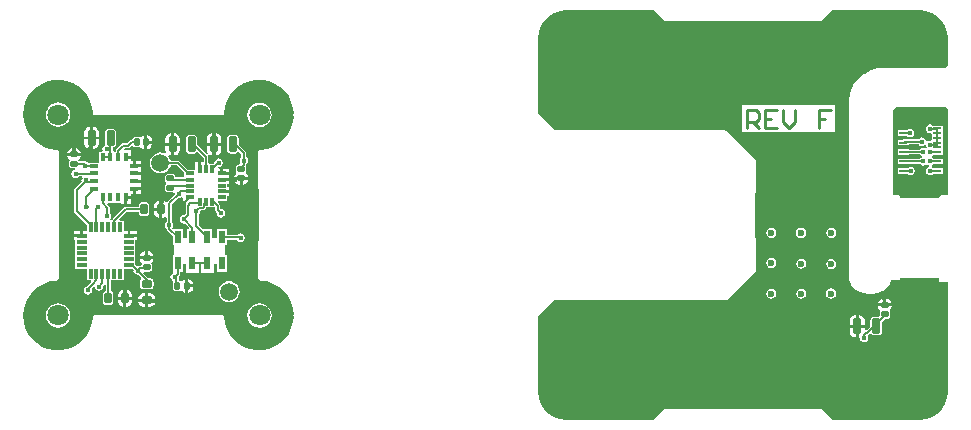
<source format=gtl>
G04 Layer_Physical_Order=1*
G04 Layer_Color=255*
%FSAX42Y42*%
%MOMM*%
G71*
G01*
G75*
%ADD10R,0.30X0.81*%
%ADD11R,0.81X0.30*%
%ADD12R,0.61X1.12*%
%ADD13R,0.30X0.66*%
%ADD14R,0.66X0.30*%
%ADD15R,0.70X0.20*%
G04:AMPARAMS|DCode=16|XSize=0.71mm|YSize=1.32mm|CornerRadius=0.18mm|HoleSize=0mm|Usage=FLASHONLY|Rotation=180.000|XOffset=0mm|YOffset=0mm|HoleType=Round|Shape=RoundedRectangle|*
%AMROUNDEDRECTD16*
21,1,0.71,0.97,0,0,180.0*
21,1,0.36,1.32,0,0,180.0*
1,1,0.36,-0.18,0.48*
1,1,0.36,0.18,0.48*
1,1,0.36,0.18,-0.48*
1,1,0.36,-0.18,-0.48*
%
%ADD16ROUNDEDRECTD16*%
G04:AMPARAMS|DCode=17|XSize=0.61mm|YSize=0.91mm|CornerRadius=0.15mm|HoleSize=0mm|Usage=FLASHONLY|Rotation=0.000|XOffset=0mm|YOffset=0mm|HoleType=Round|Shape=RoundedRectangle|*
%AMROUNDEDRECTD17*
21,1,0.61,0.61,0,0,0.0*
21,1,0.30,0.91,0,0,0.0*
1,1,0.30,0.15,-0.30*
1,1,0.30,-0.15,-0.30*
1,1,0.30,-0.15,0.30*
1,1,0.30,0.15,0.30*
%
%ADD17ROUNDEDRECTD17*%
G04:AMPARAMS|DCode=18|XSize=0.51mm|YSize=0.61mm|CornerRadius=0.13mm|HoleSize=0mm|Usage=FLASHONLY|Rotation=90.000|XOffset=0mm|YOffset=0mm|HoleType=Round|Shape=RoundedRectangle|*
%AMROUNDEDRECTD18*
21,1,0.51,0.36,0,0,90.0*
21,1,0.25,0.61,0,0,90.0*
1,1,0.25,0.18,0.13*
1,1,0.25,0.18,-0.13*
1,1,0.25,-0.18,-0.13*
1,1,0.25,-0.18,0.13*
%
%ADD18ROUNDEDRECTD18*%
G04:AMPARAMS|DCode=19|XSize=0.51mm|YSize=0.61mm|CornerRadius=0.13mm|HoleSize=0mm|Usage=FLASHONLY|Rotation=0.000|XOffset=0mm|YOffset=0mm|HoleType=Round|Shape=RoundedRectangle|*
%AMROUNDEDRECTD19*
21,1,0.51,0.36,0,0,0.0*
21,1,0.25,0.61,0,0,0.0*
1,1,0.25,0.13,-0.18*
1,1,0.25,-0.13,-0.18*
1,1,0.25,-0.13,0.18*
1,1,0.25,0.13,0.18*
%
%ADD19ROUNDEDRECTD19*%
G04:AMPARAMS|DCode=20|XSize=0.61mm|YSize=0.91mm|CornerRadius=0.15mm|HoleSize=0mm|Usage=FLASHONLY|Rotation=270.000|XOffset=0mm|YOffset=0mm|HoleType=Round|Shape=RoundedRectangle|*
%AMROUNDEDRECTD20*
21,1,0.61,0.61,0,0,270.0*
21,1,0.30,0.91,0,0,270.0*
1,1,0.30,-0.30,-0.15*
1,1,0.30,-0.30,0.15*
1,1,0.30,0.30,0.15*
1,1,0.30,0.30,-0.15*
%
%ADD20ROUNDEDRECTD20*%
%ADD21C,0.15*%
%ADD22C,1.00*%
%ADD23C,0.25*%
%ADD24C,4.10*%
%ADD25C,1.80*%
%ADD26C,1.50*%
%ADD27C,0.60*%
%ADD28C,0.45*%
G36*
X013432Y007396D02*
Y006669D01*
X013375D01*
X013365Y006665D01*
X013361Y006655D01*
Y006643D01*
X013032D01*
Y006655D01*
X013028Y006665D01*
X013019Y006669D01*
X012965D01*
Y007371D01*
X012966Y007381D01*
X012970Y007390D01*
X012975Y007397D01*
X012988Y007407D01*
X013003Y007413D01*
X013020Y007415D01*
X013414D01*
X013432Y007396D01*
D02*
G37*
G36*
X005974Y007636D02*
X006025Y007618D01*
X006072Y007591D01*
X006112Y007556D01*
X006146Y007514D01*
X006172Y007467D01*
X006189Y007415D01*
X006196Y007360D01*
X006197Y007358D01*
X006197Y007356D01*
X006198Y007355D01*
X006198Y007354D01*
X006199Y007353D01*
X006201Y007351D01*
X006202Y007350D01*
X006202Y007349D01*
X006204Y007348D01*
X006206Y007347D01*
X006207Y007347D01*
X006208Y007346D01*
X006210Y007346D01*
X006213Y007346D01*
X007288Y007346D01*
X007290Y007346D01*
X007292Y007346D01*
X007293Y007347D01*
X007294Y007347D01*
X007296Y007348D01*
X007298Y007349D01*
X007299Y007350D01*
X007300Y007351D01*
X007301Y007353D01*
X007302Y007354D01*
X007303Y007355D01*
X007303Y007356D01*
X007304Y007358D01*
X007304Y007360D01*
X007312Y007415D01*
X007328Y007466D01*
X007354Y007513D01*
X007388Y007555D01*
X007428Y007590D01*
X007475Y007617D01*
X007525Y007635D01*
X007578Y007643D01*
X007632Y007642D01*
X007684Y007632D01*
X007734Y007612D01*
X007779Y007583D01*
X007819Y007547D01*
X007851Y007504D01*
X007875Y007456D01*
X007889Y007404D01*
X007894Y007356D01*
X007894Y007356D01*
X007894Y007355D01*
X007893Y007354D01*
X007893Y007354D01*
X007893Y007353D01*
X007893Y007353D01*
X007893Y007352D01*
X007893Y007351D01*
X007893Y007351D01*
X007893Y007350D01*
X007893Y007350D01*
X007893Y007349D01*
X007893Y007349D01*
X007893Y007348D01*
X007893Y007347D01*
X007893Y007347D01*
X007893Y007346D01*
X007893Y007346D01*
X007893Y007345D01*
X007893Y007345D01*
X007893Y007344D01*
X007894Y007343D01*
X007894Y007343D01*
X007894Y007342D01*
X007889Y007292D01*
X007873Y007238D01*
X007847Y007188D01*
X007812Y007144D01*
X007769Y007108D01*
X007720Y007080D01*
X007667Y007062D01*
X007610Y007054D01*
X007608Y007053D01*
X007606Y007053D01*
X007605Y007052D01*
X007604Y007052D01*
X007602Y007051D01*
X007600Y007049D01*
X007600Y007048D01*
X007599Y007048D01*
X007598Y007046D01*
X007597Y007044D01*
X007596Y007043D01*
X007596Y007042D01*
X007596Y007040D01*
X007595Y007037D01*
Y006736D01*
X007595Y006736D01*
X007595Y006735D01*
X007595Y006734D01*
X007594Y006734D01*
X007594Y006733D01*
X007594Y006733D01*
X007594Y006732D01*
X007594Y006732D01*
X007594Y006731D01*
X007594Y006730D01*
X007593Y006730D01*
X007594Y006729D01*
X007593Y006729D01*
X007594Y006728D01*
X007593Y006727D01*
X007594Y006727D01*
X007593Y006726D01*
X007594Y006726D01*
X007594Y006725D01*
X007594Y006725D01*
X007594Y006724D01*
X007594Y006723D01*
X007594Y006723D01*
X007594Y006722D01*
X007594Y006722D01*
X007595Y006721D01*
X007595Y006721D01*
X007595Y006720D01*
X007595Y006719D01*
X007596Y006719D01*
X007596Y006719D01*
X007596Y006718D01*
X007597Y006718D01*
X007597Y006717D01*
X007597Y006717D01*
X007598Y006716D01*
X007598Y006716D01*
X007598Y006700D01*
X007598Y006700D01*
Y006655D01*
X007598Y006654D01*
X007597Y006285D01*
X007597Y006285D01*
X007597Y006285D01*
X007597Y006285D01*
X007596Y006284D01*
X007596Y006284D01*
X007596Y006283D01*
X007596Y006283D01*
X007595Y006282D01*
X007595Y006281D01*
X007595Y006281D01*
X007594Y006280D01*
X007594Y006280D01*
X007594Y006279D01*
X007594Y006279D01*
X007594Y006278D01*
X007594Y006277D01*
X007594Y006277D01*
X007594Y006276D01*
X007594Y006276D01*
X007594Y006275D01*
X007594Y006275D01*
X007594Y006274D01*
X007594Y006273D01*
X007594Y006273D01*
X007594Y006272D01*
X007594Y006272D01*
X007594Y006271D01*
X007594Y006271D01*
X007594Y006270D01*
X007594Y006269D01*
X007594Y006269D01*
X007594Y006268D01*
X007595Y006268D01*
X007595Y006267D01*
X007595Y006267D01*
X007595Y006266D01*
Y005962D01*
X007596Y005960D01*
X007596Y005958D01*
X007596Y005957D01*
X007597Y005956D01*
X007598Y005954D01*
X007599Y005952D01*
X007600Y005951D01*
X007600Y005950D01*
X007602Y005949D01*
X007604Y005948D01*
X007605Y005947D01*
X007606Y005947D01*
X007608Y005946D01*
X007610Y005946D01*
X007667Y005938D01*
X007720Y005920D01*
X007769Y005892D01*
X007812Y005856D01*
X007847Y005812D01*
X007873Y005762D01*
X007889Y005708D01*
X007894Y005657D01*
X007894Y005657D01*
X007894Y005657D01*
X007894Y005656D01*
X007893Y005655D01*
X007893Y005655D01*
X007893Y005654D01*
X007893Y005654D01*
X007893Y005653D01*
X007893Y005652D01*
X007893Y005652D01*
X007893Y005651D01*
X007893Y005651D01*
X007893Y005650D01*
X007893Y005650D01*
X007893Y005649D01*
X007893Y005648D01*
X007893Y005647D01*
X007893Y005647D01*
X007893Y005646D01*
X007893Y005646D01*
X007894Y005646D01*
X007894Y005645D01*
X007894Y005644D01*
X007894Y005644D01*
X007889Y005595D01*
X007875Y005544D01*
X007851Y005496D01*
X007819Y005453D01*
X007779Y005417D01*
X007734Y005388D01*
X007684Y005368D01*
X007632Y005357D01*
X007578Y005356D01*
X007525Y005365D01*
X007475Y005383D01*
X007428Y005410D01*
X007388Y005445D01*
X007354Y005487D01*
X007328Y005534D01*
X007312Y005585D01*
X007304Y005639D01*
X007304Y005641D01*
X007303Y005644D01*
X007303Y005645D01*
X007302Y005646D01*
X007301Y005647D01*
X007300Y005649D01*
X007299Y005650D01*
X007298Y005651D01*
X007296Y005652D01*
X007294Y005653D01*
X007293Y005653D01*
X007292Y005653D01*
X007290Y005654D01*
X007288Y005654D01*
X006213D01*
X006210Y005654D01*
X006208Y005653D01*
X006207Y005653D01*
X006206Y005653D01*
X006204Y005652D01*
X006202Y005651D01*
X006202Y005650D01*
X006201Y005649D01*
X006199Y005647D01*
X006198Y005646D01*
X006198Y005645D01*
X006197Y005644D01*
X006197Y005641D01*
X006196Y005639D01*
X006189Y005584D01*
X006172Y005533D01*
X006146Y005486D01*
X006112Y005444D01*
X006072Y005409D01*
X006025Y005382D01*
X005974Y005364D01*
X005921Y005355D01*
X005867Y005356D01*
X005814Y005367D01*
X005764Y005387D01*
X005719Y005416D01*
X005680Y005453D01*
X005647Y005496D01*
X005624Y005544D01*
X005609Y005596D01*
X005604Y005650D01*
X005610Y005706D01*
X005626Y005760D01*
X005652Y005810D01*
X005687Y005855D01*
X005730Y005892D01*
X005779Y005920D01*
X005832Y005938D01*
X005890Y005946D01*
X005892Y005946D01*
X005894Y005947D01*
X005895Y005947D01*
X005896Y005948D01*
X005898Y005949D01*
X005899Y005950D01*
X005900Y005951D01*
X005901Y005952D01*
X005902Y005954D01*
X005903Y005956D01*
X005903Y005957D01*
X005904Y005958D01*
X005904Y005960D01*
X005904Y005962D01*
Y007037D01*
X005904Y007040D01*
X005904Y007042D01*
X005903Y007043D01*
X005903Y007044D01*
X005902Y007046D01*
X005901Y007048D01*
X005900Y007048D01*
X005899Y007049D01*
X005898Y007051D01*
X005896Y007052D01*
X005895Y007052D01*
X005894Y007053D01*
X005892Y007053D01*
X005890Y007054D01*
X005832Y007062D01*
X005779Y007080D01*
X005730Y007108D01*
X005687Y007145D01*
X005652Y007189D01*
X005626Y007240D01*
X005610Y007294D01*
X005604Y007350D01*
X005609Y007404D01*
X005624Y007455D01*
X005647Y007504D01*
X005680Y007547D01*
X005719Y007584D01*
X005764Y007613D01*
X005814Y007633D01*
X005867Y007644D01*
X005921Y007645D01*
X005974Y007636D01*
D02*
G37*
G36*
X013251Y008227D02*
X013300Y008210D01*
X013345Y008182D01*
X013382Y008145D01*
X013409Y008101D01*
X013427Y008052D01*
X013432Y007999D01*
Y007770D01*
X013411Y007749D01*
X012897D01*
X012896Y007748D01*
X012895Y007748D01*
X012839Y007743D01*
X012838Y007742D01*
X012836Y007742D01*
X012782Y007726D01*
X012781Y007725D01*
X012779Y007725D01*
X012730Y007698D01*
X012728Y007697D01*
X012727Y007696D01*
X012684Y007661D01*
X012683Y007660D01*
X012682Y007660D01*
X012675Y007652D01*
X012674Y007651D01*
X012673Y007650D01*
X012633Y007598D01*
X012632Y007596D01*
X012631Y007595D01*
X012606Y007534D01*
X012606Y007532D01*
X012605Y007530D01*
X012596Y007465D01*
X012596Y007464D01*
X012596Y007462D01*
Y005971D01*
X012596Y005970D01*
X012596Y005969D01*
X012600Y005942D01*
X012601Y005940D01*
X012601Y005938D01*
X012611Y005913D01*
X012613Y005911D01*
X012614Y005909D01*
X012630Y005888D01*
X012632Y005886D01*
X012633Y005884D01*
X012669Y005857D01*
X012671Y005856D01*
X012673Y005855D01*
X012715Y005837D01*
X012717Y005837D01*
X012719Y005836D01*
X012764Y005830D01*
X012765Y005830D01*
X012766Y005830D01*
X012789D01*
X012790Y005830D01*
X012791Y005830D01*
X012833Y005836D01*
X012835Y005837D01*
X012838Y005837D01*
X012877Y005854D01*
X012879Y005855D01*
X012881Y005856D01*
X012915Y005882D01*
X012917Y005884D01*
X012918Y005885D01*
X012942Y005916D01*
X012943Y005918D01*
X012944Y005919D01*
X012956Y005948D01*
X013019D01*
X013028Y005952D01*
X013032Y005961D01*
Y005970D01*
X013361D01*
Y005944D01*
X013365Y005935D01*
X013375Y005931D01*
X013432D01*
Y005001D01*
X013427Y004948D01*
X013409Y004899D01*
X013382Y004855D01*
X013345Y004818D01*
X013300Y004790D01*
X013251Y004773D01*
X013198Y004767D01*
X012456D01*
X012367Y004856D01*
X012362Y004860D01*
X012355Y004861D01*
X011043D01*
X011037Y004860D01*
X011032Y004856D01*
X010942Y004767D01*
X010200D01*
X010147Y004773D01*
X010098Y004790D01*
X010054Y004818D01*
X010017Y004855D01*
X009989Y004899D01*
X009972Y004948D01*
X009966Y005001D01*
Y005643D01*
X010106Y005783D01*
X011557D01*
X011564Y005784D01*
X011569Y005788D01*
X011802Y006021D01*
X011806Y006026D01*
X011807Y006032D01*
Y006300D01*
X011806Y006306D01*
X011803Y006310D01*
Y006350D01*
X011801Y006355D01*
X011800Y006685D01*
X011804Y006688D01*
X011808Y006693D01*
X011809Y006700D01*
Y006957D01*
X011808Y006963D01*
X011804Y006969D01*
X011561Y007212D01*
X011556Y007215D01*
X011549Y007217D01*
X010106D01*
X009966Y007357D01*
Y007999D01*
X009972Y008052D01*
X009989Y008101D01*
X010017Y008145D01*
X010054Y008182D01*
X010098Y008210D01*
X010147Y008227D01*
X010200Y008233D01*
X010942D01*
X011032Y008144D01*
X011037Y008140D01*
X011043Y008139D01*
X012355D01*
X012362Y008140D01*
X012367Y008144D01*
X012456Y008233D01*
X013198D01*
X013251Y008227D01*
D02*
G37*
%LPC*%
G36*
X007042Y005887D02*
X007003D01*
Y005843D01*
X007018Y005846D01*
X007030Y005855D01*
X007039Y005867D01*
X007042Y005882D01*
Y005887D01*
D02*
G37*
G36*
X012446Y006127D02*
X012429Y006124D01*
X012415Y006114D01*
X012406Y006100D01*
X012402Y006083D01*
X012406Y006067D01*
X012415Y006053D01*
X012429Y006043D01*
X012446Y006040D01*
X012463Y006043D01*
X012477Y006053D01*
X012486Y006067D01*
X012490Y006083D01*
X012486Y006100D01*
X012477Y006114D01*
X012463Y006124D01*
X012446Y006127D01*
D02*
G37*
G36*
X007003Y005957D02*
Y005913D01*
X007042D01*
Y005918D01*
X007039Y005933D01*
X007030Y005945D01*
X007018Y005954D01*
X007003Y005957D01*
D02*
G37*
G36*
X006481Y005868D02*
X006478D01*
Y005809D01*
X006522D01*
Y005827D01*
X006519Y005843D01*
X006510Y005856D01*
X006497Y005865D01*
X006481Y005868D01*
D02*
G37*
G36*
X006637Y005837D02*
X006620D01*
X006604Y005834D01*
X006590Y005825D01*
X006581Y005811D01*
X006578Y005795D01*
Y005793D01*
X006637D01*
Y005837D01*
D02*
G37*
G36*
X006680D02*
X006663D01*
Y005793D01*
X006722D01*
Y005795D01*
X006719Y005811D01*
X006710Y005825D01*
X006696Y005834D01*
X006680Y005837D01*
D02*
G37*
G36*
X006453Y005868D02*
X006450D01*
X006435Y005865D01*
X006421Y005856D01*
X006412Y005843D01*
X006409Y005827D01*
Y005809D01*
X006453D01*
Y005868D01*
D02*
G37*
G36*
X012192Y006132D02*
X012175Y006129D01*
X012161Y006119D01*
X012152Y006105D01*
X012148Y006088D01*
X012152Y006072D01*
X012161Y006058D01*
X012175Y006048D01*
X012192Y006045D01*
X012209Y006048D01*
X012223Y006058D01*
X012232Y006072D01*
X012236Y006088D01*
X012232Y006105D01*
X012223Y006119D01*
X012209Y006129D01*
X012192Y006132D01*
D02*
G37*
G36*
X012191Y006394D02*
X012174Y006390D01*
X012160Y006381D01*
X012151Y006367D01*
X012148Y006350D01*
X012151Y006333D01*
X012160Y006319D01*
X012174Y006310D01*
X012191Y006306D01*
X012208Y006310D01*
X012222Y006319D01*
X012231Y006333D01*
X012235Y006350D01*
X012231Y006367D01*
X012222Y006381D01*
X012208Y006390D01*
X012191Y006394D01*
D02*
G37*
G36*
X012446D02*
X012429Y006390D01*
X012415Y006381D01*
X012406Y006367D01*
X012402Y006350D01*
X012406Y006333D01*
X012415Y006319D01*
X012429Y006310D01*
X012446Y006306D01*
X012463Y006310D01*
X012477Y006319D01*
X012486Y006333D01*
X012490Y006350D01*
X012486Y006367D01*
X012477Y006381D01*
X012463Y006390D01*
X012446Y006394D01*
D02*
G37*
G36*
X006087Y006368D02*
X006034D01*
Y006340D01*
X006087D01*
Y006368D01*
D02*
G37*
G36*
X011938Y006394D02*
X011921Y006390D01*
X011907Y006381D01*
X011898Y006367D01*
X011894Y006350D01*
X011898Y006333D01*
X011907Y006319D01*
X011921Y006310D01*
X011938Y006306D01*
X011955Y006310D01*
X011969Y006319D01*
X011978Y006333D01*
X011982Y006350D01*
X011978Y006367D01*
X011969Y006381D01*
X011955Y006390D01*
X011938Y006394D01*
D02*
G37*
G36*
Y006137D02*
X011921Y006134D01*
X011907Y006124D01*
X011898Y006110D01*
X011894Y006093D01*
X011898Y006077D01*
X011907Y006063D01*
X011921Y006053D01*
X011938Y006050D01*
X011955Y006053D01*
X011969Y006063D01*
X011978Y006077D01*
X011982Y006093D01*
X011978Y006110D01*
X011969Y006124D01*
X011955Y006134D01*
X011938Y006137D01*
D02*
G37*
G36*
X006637Y006192D02*
X006632D01*
X006617Y006189D01*
X006605Y006180D01*
X006596Y006168D01*
X006593Y006153D01*
D01*
X006637D01*
Y006192D01*
D02*
G37*
G36*
X006668D02*
X006663D01*
Y006153D01*
X006707D01*
X006704Y006168D01*
X006695Y006180D01*
X006683Y006189D01*
X006668Y006192D01*
D02*
G37*
G36*
X012957Y005727D02*
X012900D01*
X012843D01*
Y005727D01*
X012846Y005712D01*
X012855Y005700D01*
X012855Y005699D01*
X012858Y005683D01*
X012856Y005673D01*
Y005650D01*
X012851Y005644D01*
X012845Y005639D01*
X012844Y005639D01*
X012808D01*
X012796Y005637D01*
X012786Y005630D01*
X012780Y005620D01*
X012777Y005608D01*
Y005556D01*
X012750Y005529D01*
X012746Y005530D01*
X012741Y005529D01*
X012732Y005534D01*
X012728Y005537D01*
Y005547D01*
X012679D01*
Y005467D01*
X012688Y005458D01*
X012691Y005445D01*
X012699Y005433D01*
X012711Y005425D01*
X012724Y005422D01*
X012738Y005425D01*
X012750Y005433D01*
X012758Y005445D01*
X012760Y005458D01*
X012758Y005472D01*
X012760Y005483D01*
X012767Y005488D01*
X012770Y005491D01*
X012786Y005490D01*
X012796Y005483D01*
X012808Y005481D01*
X012844D01*
X012856Y005483D01*
X012866Y005490D01*
X012872Y005500D01*
X012875Y005512D01*
Y005596D01*
X012901Y005621D01*
X012918D01*
X012928Y005623D01*
X012936Y005629D01*
X012942Y005637D01*
X012944Y005647D01*
Y005673D01*
X012942Y005683D01*
X012945Y005699D01*
X012945Y005700D01*
X012954Y005712D01*
X012957Y005727D01*
Y005727D01*
D02*
G37*
G36*
X012684Y005652D02*
X012679D01*
Y005573D01*
X012728D01*
Y005608D01*
X012724Y005625D01*
X012715Y005639D01*
X012701Y005649D01*
X012684Y005652D01*
D02*
G37*
G36*
X006722Y005767D02*
X006663D01*
Y005723D01*
X006680D01*
X006696Y005726D01*
X006710Y005735D01*
X006719Y005749D01*
X006722Y005765D01*
Y005767D01*
D02*
G37*
G36*
X006637D02*
X006578D01*
Y005765D01*
X006581Y005749D01*
X006590Y005735D01*
X006604Y005726D01*
X006620Y005723D01*
X006637D01*
Y005767D01*
D02*
G37*
G36*
X007606Y005754D02*
X007579Y005750D01*
X007554Y005740D01*
X007533Y005723D01*
X007516Y005702D01*
X007506Y005677D01*
X007502Y005650D01*
X007506Y005623D01*
X007516Y005598D01*
X007533Y005577D01*
X007554Y005560D01*
X007579Y005550D01*
X007606Y005546D01*
X007633Y005550D01*
X007658Y005560D01*
X007679Y005577D01*
X007696Y005598D01*
X007706Y005623D01*
X007710Y005650D01*
X007706Y005677D01*
X007696Y005702D01*
X007679Y005723D01*
X007658Y005740D01*
X007633Y005750D01*
X007606Y005754D01*
D02*
G37*
G36*
X012653Y005547D02*
X012604D01*
Y005512D01*
X012608Y005495D01*
X012617Y005481D01*
X012631Y005471D01*
X012648Y005468D01*
X012653D01*
Y005547D01*
D02*
G37*
G36*
Y005652D02*
X012648D01*
X012631Y005649D01*
X012617Y005639D01*
X012608Y005625D01*
X012604Y005608D01*
Y005573D01*
X012653D01*
Y005652D01*
D02*
G37*
G36*
X005900Y005754D02*
X005874Y005751D01*
X005849Y005740D01*
X005827Y005724D01*
X005811Y005702D01*
X005800Y005678D01*
X005797Y005651D01*
X005800Y005624D01*
X005811Y005599D01*
X005827Y005577D01*
X005849Y005561D01*
X005874Y005551D01*
X005900Y005547D01*
X005927Y005551D01*
X005952Y005561D01*
X005974Y005577D01*
X005990Y005599D01*
X006000Y005624D01*
X006004Y005651D01*
X006000Y005678D01*
X005990Y005702D01*
X005974Y005724D01*
X005952Y005740D01*
X005927Y005751D01*
X005900Y005754D01*
D02*
G37*
G36*
X011938Y005878D02*
X011921Y005875D01*
X011907Y005865D01*
X011898Y005851D01*
X011894Y005835D01*
X011898Y005818D01*
X011907Y005804D01*
X011921Y005794D01*
X011938Y005791D01*
X011955Y005794D01*
X011969Y005804D01*
X011978Y005818D01*
X011982Y005835D01*
X011978Y005851D01*
X011969Y005865D01*
X011955Y005875D01*
X011938Y005878D01*
D02*
G37*
G36*
X007348Y005941D02*
X007325Y005938D01*
X007304Y005929D01*
X007286Y005915D01*
X007272Y005896D01*
X007263Y005875D01*
X007260Y005852D01*
X007263Y005829D01*
X007272Y005808D01*
X007286Y005790D01*
X007304Y005776D01*
X007325Y005767D01*
X007348Y005764D01*
X007371Y005767D01*
X007392Y005776D01*
X007411Y005790D01*
X007425Y005808D01*
X007434Y005829D01*
X007437Y005852D01*
X007434Y005875D01*
X007425Y005896D01*
X007411Y005915D01*
X007392Y005929D01*
X007371Y005938D01*
X007348Y005941D01*
D02*
G37*
G36*
X012443Y005879D02*
X012427Y005876D01*
X012413Y005866D01*
X012403Y005852D01*
X012400Y005835D01*
X012403Y005819D01*
X012413Y005805D01*
X012427Y005795D01*
X012443Y005792D01*
X012460Y005795D01*
X012474Y005805D01*
X012484Y005819D01*
X012487Y005835D01*
X012484Y005852D01*
X012474Y005866D01*
X012460Y005876D01*
X012443Y005879D01*
D02*
G37*
G36*
X012192Y005878D02*
X012175Y005875D01*
X012161Y005865D01*
X012152Y005851D01*
X012148Y005835D01*
X012152Y005818D01*
X012161Y005804D01*
X012175Y005794D01*
X012192Y005791D01*
X012209Y005794D01*
X012223Y005804D01*
X012232Y005818D01*
X012236Y005835D01*
X012232Y005851D01*
X012223Y005865D01*
X012209Y005875D01*
X012192Y005878D01*
D02*
G37*
G36*
X006522Y005784D02*
X006478D01*
Y005724D01*
X006481D01*
X006497Y005728D01*
X006510Y005736D01*
X006519Y005750D01*
X006522Y005766D01*
Y005784D01*
D02*
G37*
G36*
X006453D02*
X006409D01*
Y005766D01*
X006412Y005750D01*
X006421Y005736D01*
X006435Y005728D01*
X006450Y005724D01*
X006453D01*
Y005784D01*
D02*
G37*
G36*
X012918Y005792D02*
X012913D01*
Y005753D01*
X012957D01*
X012954Y005768D01*
X012945Y005780D01*
X012933Y005789D01*
X012918Y005792D01*
D02*
G37*
G36*
X012887D02*
X012882D01*
X012867Y005789D01*
X012855Y005780D01*
X012846Y005768D01*
X012843Y005753D01*
X012887D01*
Y005792D01*
D02*
G37*
G36*
X006567Y006368D02*
X006513D01*
Y006340D01*
X006567D01*
Y006368D01*
D02*
G37*
G36*
X007207Y007192D02*
X007202D01*
X007185Y007189D01*
X007171Y007179D01*
X007162Y007165D01*
X007158Y007148D01*
Y007113D01*
X007207D01*
Y007192D01*
D02*
G37*
G36*
X006857D02*
X006852D01*
X006835Y007189D01*
X006821Y007179D01*
X006812Y007165D01*
X006808Y007148D01*
Y007113D01*
X006857D01*
Y007192D01*
D02*
G37*
G36*
X007238D02*
X007233D01*
Y007113D01*
X007282D01*
Y007148D01*
X007278Y007165D01*
X007269Y007179D01*
X007255Y007189D01*
X007238Y007192D01*
D02*
G37*
G36*
X006888D02*
X006883D01*
Y007113D01*
X006932D01*
Y007148D01*
X006928Y007165D01*
X006919Y007179D01*
X006905Y007189D01*
X006888Y007192D01*
D02*
G37*
G36*
X006245Y007140D02*
X006196D01*
Y007060D01*
X006201D01*
X006218Y007064D01*
X006233Y007073D01*
X006242Y007088D01*
X006245Y007104D01*
Y007140D01*
D02*
G37*
G36*
X006171D02*
X006122D01*
Y007104D01*
X006125Y007088D01*
X006135Y007073D01*
X006149Y007064D01*
X006166Y007060D01*
X006171D01*
Y007140D01*
D02*
G37*
G36*
X006696Y007104D02*
X006657D01*
Y007060D01*
X006672Y007063D01*
X006684Y007072D01*
X006693Y007084D01*
X006696Y007099D01*
Y007104D01*
D02*
G37*
G36*
X006361Y007232D02*
X006326D01*
X006314Y007230D01*
X006304Y007223D01*
X006297Y007213D01*
X006295Y007201D01*
Y007104D01*
X006297Y007094D01*
X006287Y007087D01*
X006279Y007075D01*
X006276Y007061D01*
X006279Y007048D01*
X006279Y007047D01*
X006271Y007036D01*
X006250D01*
Y006956D01*
X006250Y006945D01*
X006239Y006945D01*
X006160D01*
X006160Y006945D01*
Y006945D01*
X006149Y006950D01*
X006145Y006952D01*
X006132Y006955D01*
X006126Y006954D01*
X006121Y006955D01*
X006077D01*
X006077Y006957D01*
X006071Y006965D01*
Y006968D01*
X006080Y006974D01*
X006089Y006987D01*
X006092Y007001D01*
D01*
X006035D01*
X005978D01*
X005981Y006987D01*
X005990Y006974D01*
X005999Y006968D01*
Y006965D01*
X005993Y006957D01*
X005991Y006947D01*
Y006921D01*
X005993Y006912D01*
X005999Y006903D01*
X006007Y006898D01*
X006017Y006896D01*
X006040D01*
X006041Y006895D01*
X006042Y006883D01*
X006040Y006882D01*
X006034Y006881D01*
X006022Y006873D01*
X006015Y006862D01*
X006012Y006848D01*
X006015Y006834D01*
X006022Y006822D01*
X006034Y006815D01*
X006048Y006812D01*
X006061Y006815D01*
X006073Y006822D01*
X006078Y006830D01*
X006102D01*
X006104Y006826D01*
X006107Y006818D01*
X006101Y006808D01*
X006098Y006794D01*
X006100Y006785D01*
X006043Y006728D01*
X006039Y006721D01*
X006037Y006713D01*
Y006535D01*
X006039Y006528D01*
X006043Y006521D01*
X006147Y006417D01*
Y006368D01*
X006113D01*
Y006327D01*
X006100D01*
Y006314D01*
X006034D01*
Y006286D01*
X006047D01*
Y006147D01*
Y006047D01*
X006147D01*
Y005947D01*
X006177D01*
X006182Y005935D01*
X006179Y005932D01*
X006178Y005930D01*
X006144Y005897D01*
X006138Y005895D01*
X006127Y005888D01*
X006119Y005876D01*
X006116Y005862D01*
X006119Y005849D01*
X006127Y005837D01*
X006138Y005829D01*
X006152Y005826D01*
X006166Y005829D01*
X006177Y005837D01*
X006185Y005849D01*
X006188Y005862D01*
X006185Y005876D01*
X006184Y005878D01*
X006198Y005892D01*
X006212Y005888D01*
X006213Y005882D01*
X006220Y005870D01*
X006232Y005862D01*
X006246Y005859D01*
X006260Y005862D01*
X006271Y005870D01*
X006279Y005882D01*
X006282Y005895D01*
X006281Y005901D01*
X006290Y005910D01*
X006290Y005910D01*
X006292Y005914D01*
X006305Y005911D01*
Y005854D01*
X006300Y005853D01*
X006290Y005847D01*
X006284Y005838D01*
X006282Y005827D01*
Y005766D01*
X006284Y005755D01*
X006290Y005746D01*
X006300Y005739D01*
X006310Y005737D01*
X006341D01*
X006352Y005739D01*
X006361Y005746D01*
X006367Y005755D01*
X006369Y005766D01*
Y005827D01*
X006367Y005838D01*
X006361Y005847D01*
X006352Y005853D01*
X006346Y005854D01*
Y005947D01*
X006455D01*
Y006047D01*
X006527D01*
X006539Y006036D01*
X006538Y006030D01*
X006540Y006016D01*
X006548Y006005D01*
X006560Y005997D01*
X006574Y005994D01*
X006579Y005995D01*
X006602Y005972D01*
X006600Y005956D01*
X006599Y005955D01*
X006593Y005946D01*
X006591Y005935D01*
Y005905D01*
X006593Y005894D01*
X006599Y005885D01*
X006609Y005878D01*
X006620Y005876D01*
X006680D01*
X006691Y005878D01*
X006701Y005885D01*
X006707Y005894D01*
X006709Y005905D01*
Y005935D01*
X006707Y005946D01*
X006701Y005955D01*
X006691Y005962D01*
X006680Y005964D01*
X006667D01*
X006665Y005968D01*
X006622Y006010D01*
X006628Y006022D01*
X006632Y006021D01*
X006668D01*
X006678Y006023D01*
X006686Y006029D01*
X006692Y006037D01*
X006694Y006047D01*
Y006073D01*
X006692Y006083D01*
X006686Y006091D01*
Y006094D01*
X006695Y006100D01*
X006704Y006112D01*
X006707Y006127D01*
D01*
X006650D01*
X006593D01*
X006596Y006112D01*
X006605Y006100D01*
X006614Y006094D01*
Y006091D01*
X006608Y006083D01*
X006606Y006073D01*
Y006071D01*
X006594D01*
X006586Y006069D01*
X006579Y006065D01*
X006574Y006066D01*
X006568Y006065D01*
X006554Y006079D01*
Y006197D01*
Y006286D01*
X006567D01*
Y006314D01*
X006501D01*
Y006327D01*
X006488D01*
Y006368D01*
X006455D01*
Y006454D01*
X006424D01*
X006419Y006466D01*
X006482Y006529D01*
X006586D01*
Y006520D01*
X006588Y006509D01*
X006595Y006499D01*
X006604Y006493D01*
X006615Y006491D01*
X006645D01*
X006656Y006493D01*
X006665Y006499D01*
X006672Y006509D01*
X006674Y006520D01*
Y006580D01*
X006672Y006591D01*
X006665Y006601D01*
X006656Y006607D01*
X006645Y006609D01*
X006615D01*
X006604Y006607D01*
X006595Y006601D01*
X006588Y006591D01*
X006586Y006580D01*
Y006571D01*
X006474D01*
X006466Y006569D01*
X006459Y006565D01*
X006459Y006565D01*
X006362Y006467D01*
X006357Y006460D01*
X006356Y006455D01*
X006344Y006455D01*
X006342Y006458D01*
X006339Y006467D01*
X006345Y006476D01*
X006348Y006490D01*
X006345Y006503D01*
X006338Y006515D01*
Y006559D01*
X006336Y006567D01*
X006332Y006573D01*
X006312Y006593D01*
X006319Y006604D01*
X006367D01*
X006371Y006604D01*
X006380D01*
X006384Y006604D01*
X006432D01*
Y006591D01*
X006460D01*
Y006650D01*
X006473D01*
Y006663D01*
X006514D01*
Y006682D01*
X006533D01*
Y006722D01*
X006545D01*
Y006735D01*
X006604D01*
Y006747D01*
Y006775D01*
X006545D01*
Y006800D01*
X006604D01*
Y006812D01*
Y006840D01*
X006545D01*
Y006865D01*
X006604D01*
Y006877D01*
Y006905D01*
X006545D01*
Y006917D01*
X006533D01*
Y006958D01*
X006514D01*
Y006977D01*
X006473D01*
Y007003D01*
X006514D01*
Y007048D01*
X006467D01*
X006461Y007061D01*
X006465Y007066D01*
X006492D01*
X006500Y007068D01*
X006507Y007072D01*
X006517Y007082D01*
X006533Y007081D01*
X006541Y007075D01*
X006551Y007073D01*
X006577D01*
X006587Y007075D01*
X006603Y007072D01*
X006604Y007072D01*
X006616Y007063D01*
X006631Y007060D01*
Y007117D01*
Y007174D01*
X006616Y007171D01*
X006604Y007162D01*
X006603Y007162D01*
X006587Y007159D01*
X006577Y007161D01*
X006551D01*
X006541Y007159D01*
X006533Y007153D01*
X006527Y007145D01*
X006526Y007138D01*
X006523D01*
X006515Y007136D01*
X006508Y007132D01*
X006484Y007107D01*
X006452D01*
X006452Y007107D01*
X006444Y007106D01*
X006437Y007101D01*
X006437Y007101D01*
X006393Y007057D01*
X006389Y007051D01*
X006387Y007043D01*
X006382Y007038D01*
X006369Y007039D01*
X006363Y007047D01*
Y007074D01*
X006373Y007076D01*
X006383Y007082D01*
X006390Y007092D01*
X006392Y007104D01*
Y007201D01*
X006390Y007213D01*
X006383Y007223D01*
X006373Y007230D01*
X006361Y007232D01*
D02*
G37*
G36*
X012481Y007429D02*
X011694D01*
Y007201D01*
X012481D01*
Y007429D01*
D02*
G37*
G36*
X006201Y007245D02*
X006196D01*
Y007165D01*
X006245D01*
Y007201D01*
X006242Y007218D01*
X006233Y007232D01*
X006218Y007242D01*
X006201Y007245D01*
D02*
G37*
G36*
X005900Y007454D02*
X005874Y007450D01*
X005849Y007440D01*
X005827Y007423D01*
X005811Y007402D01*
X005800Y007377D01*
X005797Y007350D01*
X005800Y007323D01*
X005811Y007298D01*
X005827Y007277D01*
X005849Y007260D01*
X005874Y007250D01*
X005900Y007246D01*
X005927Y007250D01*
X005952Y007260D01*
X005974Y007277D01*
X005990Y007298D01*
X006000Y007323D01*
X006004Y007350D01*
X006000Y007377D01*
X005990Y007402D01*
X005974Y007423D01*
X005952Y007440D01*
X005927Y007450D01*
X005900Y007454D01*
D02*
G37*
G36*
X007606Y007453D02*
X007579Y007449D01*
X007554Y007439D01*
X007533Y007422D01*
X007516Y007401D01*
X007506Y007376D01*
X007502Y007349D01*
X007506Y007322D01*
X007516Y007297D01*
X007533Y007276D01*
X007554Y007260D01*
X007579Y007249D01*
X007606Y007246D01*
X007633Y007249D01*
X007658Y007260D01*
X007679Y007276D01*
X007696Y007297D01*
X007706Y007322D01*
X007710Y007349D01*
X007706Y007376D01*
X007696Y007401D01*
X007679Y007422D01*
X007658Y007439D01*
X007633Y007449D01*
X007606Y007453D01*
D02*
G37*
G36*
X006657Y007174D02*
Y007130D01*
X006696D01*
Y007135D01*
X006693Y007150D01*
X006684Y007162D01*
X006672Y007171D01*
X006657Y007174D01*
D02*
G37*
G36*
X013282Y007267D02*
X013268Y007265D01*
X013256Y007257D01*
X013249Y007245D01*
X013246Y007231D01*
X013249Y007218D01*
X013256Y007206D01*
X013268Y007198D01*
X013282Y007195D01*
X013284Y007196D01*
X013297Y007186D01*
Y007141D01*
X013285Y007130D01*
X013271Y007127D01*
X013261Y007121D01*
X013259Y007121D01*
X013254Y007123D01*
X013248Y007126D01*
X013246Y007136D01*
X013238Y007148D01*
X013227Y007155D01*
X013213Y007158D01*
X013199Y007155D01*
X013188Y007148D01*
X013185Y007143D01*
X013065D01*
X013057Y007141D01*
X013050Y007137D01*
X013050Y007137D01*
X013050Y007137D01*
X013009D01*
Y007091D01*
X013104D01*
Y007102D01*
X013185D01*
X013188Y007097D01*
X013199Y007089D01*
X013213Y007086D01*
X013227Y007089D01*
X013237Y007095D01*
X013239Y007095D01*
X013244Y007093D01*
X013249Y007090D01*
X013251Y007080D01*
X013257Y007073D01*
X013256Y007073D01*
X013246Y007062D01*
X013246Y007062D01*
X013240Y007066D01*
X013226Y007069D01*
X013212Y007066D01*
X013200Y007059D01*
X013197Y007054D01*
X013104D01*
Y007057D01*
X013009D01*
Y007011D01*
X013104D01*
Y007013D01*
X013197D01*
X013200Y007008D01*
X013211Y007001D01*
X013212Y006996D01*
Y006992D01*
X013211Y006987D01*
X013200Y006980D01*
X013197Y006975D01*
X013104D01*
Y006977D01*
X013009D01*
Y006931D01*
X013104D01*
Y006934D01*
X013197D01*
X013200Y006929D01*
X013212Y006921D01*
X013226Y006919D01*
X013240Y006921D01*
X013245Y006925D01*
X013255Y006928D01*
X013264Y006925D01*
X013270Y006921D01*
X013272Y006920D01*
Y006907D01*
X013271Y006907D01*
X013259Y006899D01*
X013251Y006888D01*
X013249Y006874D01*
X013251Y006860D01*
X013259Y006849D01*
X013271Y006841D01*
X013285Y006838D01*
X013298Y006841D01*
X013310Y006849D01*
X013312Y006851D01*
X013392D01*
Y006897D01*
X013312D01*
X013310Y006899D01*
X013298Y006907D01*
X013296Y006908D01*
Y006921D01*
X013297Y006921D01*
X013309Y006929D01*
X013311Y006931D01*
X013392D01*
Y006977D01*
X013311D01*
X013309Y006979D01*
X013297Y006987D01*
X013296Y006987D01*
Y007000D01*
X013298Y007001D01*
X013310Y007009D01*
X013312Y007011D01*
X013392D01*
Y007131D01*
Y007257D01*
X013307D01*
X013307Y007257D01*
X013295Y007265D01*
X013282Y007267D01*
D02*
G37*
G36*
X006171Y007245D02*
X006166D01*
X006149Y007242D01*
X006135Y007232D01*
X006125Y007218D01*
X006122Y007201D01*
Y007165D01*
X006171D01*
Y007245D01*
D02*
G37*
G36*
X013114Y007229D02*
X013100Y007226D01*
X013089Y007219D01*
X013087Y007217D01*
X013009D01*
Y007171D01*
X013086D01*
X013089Y007168D01*
X013100Y007160D01*
X013114Y007157D01*
X013128Y007160D01*
X013139Y007168D01*
X013147Y007180D01*
X013150Y007193D01*
X013147Y007207D01*
X013139Y007219D01*
X013128Y007226D01*
X013114Y007229D01*
D02*
G37*
G36*
X007437Y006797D02*
X007393D01*
X007396Y006782D01*
X007405Y006770D01*
X007417Y006761D01*
X007432Y006758D01*
X007437D01*
Y006797D01*
D02*
G37*
G36*
X007507D02*
X007463D01*
Y006758D01*
X007468D01*
X007483Y006761D01*
X007495Y006770D01*
X007504Y006782D01*
X007507Y006797D01*
D02*
G37*
G36*
X007398Y007179D02*
X007362D01*
X007350Y007177D01*
X007340Y007170D01*
X007334Y007160D01*
X007331Y007148D01*
Y007052D01*
X007334Y007040D01*
X007340Y007030D01*
X007350Y007023D01*
X007362Y007021D01*
X007398D01*
X007410Y007023D01*
X007420Y007030D01*
X007421Y007031D01*
X007433Y007032D01*
X007452Y007014D01*
Y006991D01*
X007447Y006988D01*
X007440Y006976D01*
X007437Y006962D01*
X007440Y006948D01*
X007444Y006941D01*
X007438Y006929D01*
X007432D01*
X007422Y006927D01*
X007414Y006921D01*
X007408Y006913D01*
X007406Y006903D01*
Y006877D01*
X007408Y006867D01*
X007405Y006851D01*
X007405Y006850D01*
X007396Y006838D01*
X007393Y006823D01*
Y006823D01*
X007450D01*
X007507D01*
Y006823D01*
X007504Y006838D01*
X007495Y006850D01*
X007495Y006851D01*
X007492Y006867D01*
X007494Y006877D01*
Y006903D01*
X007492Y006913D01*
X007491Y006914D01*
X007492Y006915D01*
X007493Y006923D01*
Y006934D01*
X007498Y006937D01*
X007506Y006948D01*
X007509Y006962D01*
X007506Y006976D01*
X007498Y006988D01*
X007493Y006991D01*
Y007022D01*
X007492Y007030D01*
X007487Y007037D01*
X007429Y007095D01*
Y007148D01*
X007426Y007160D01*
X007420Y007170D01*
X007410Y007177D01*
X007398Y007179D01*
D02*
G37*
G36*
X006604Y006710D02*
X006558D01*
Y006682D01*
X006604D01*
Y006710D01*
D02*
G37*
G36*
X006757Y006537D02*
X006713D01*
Y006520D01*
X006716Y006504D01*
X006725Y006490D01*
X006739Y006481D01*
X006755Y006478D01*
X006757D01*
Y006537D01*
D02*
G37*
G36*
Y006622D02*
X006755D01*
X006739Y006619D01*
X006725Y006610D01*
X006716Y006596D01*
X006713Y006580D01*
Y006563D01*
X006757D01*
Y006622D01*
D02*
G37*
G36*
X006514Y006637D02*
X006486D01*
Y006591D01*
X006514D01*
Y006637D01*
D02*
G37*
G36*
X013118Y006910D02*
X013105Y006907D01*
X013093Y006899D01*
X013091Y006897D01*
X013009D01*
Y006851D01*
X013091D01*
X013093Y006849D01*
X013105Y006841D01*
X013118Y006838D01*
X013132Y006841D01*
X013144Y006849D01*
X013151Y006860D01*
X013154Y006874D01*
X013151Y006888D01*
X013144Y006899D01*
X013132Y006907D01*
X013118Y006910D01*
D02*
G37*
G36*
X007282Y007087D02*
X007233D01*
Y007008D01*
X007238D01*
X007255Y007011D01*
X007269Y007021D01*
X007278Y007035D01*
X007282Y007052D01*
Y007087D01*
D02*
G37*
G36*
X006022Y007066D02*
X006017D01*
X006002Y007063D01*
X005990Y007054D01*
X005981Y007042D01*
X005978Y007027D01*
D01*
X006022D01*
Y007066D01*
D02*
G37*
G36*
X006053D02*
X006048D01*
Y007027D01*
X006092D01*
X006089Y007042D01*
X006080Y007054D01*
X006068Y007063D01*
X006053Y007066D01*
D02*
G37*
G36*
X006932Y007087D02*
X006883D01*
Y007008D01*
X006888D01*
X006905Y007011D01*
X006919Y007021D01*
X006928Y007035D01*
X006932Y007052D01*
Y007087D01*
D02*
G37*
G36*
X006604Y006958D02*
X006558D01*
Y006930D01*
X006604D01*
Y006958D01*
D02*
G37*
G36*
X007346Y006892D02*
X007300D01*
Y006864D01*
X007346D01*
Y006892D01*
D02*
G37*
G36*
X007048Y007179D02*
X007012D01*
X007000Y007177D01*
X006990Y007170D01*
X006984Y007160D01*
X006981Y007148D01*
Y007052D01*
X006984Y007040D01*
X006990Y007030D01*
X007000Y007023D01*
X007012Y007021D01*
X007048D01*
X007060Y007023D01*
X007070Y007030D01*
X007071Y007031D01*
X007083Y007032D01*
X007132Y006984D01*
Y006949D01*
X007131Y006948D01*
X007131Y006946D01*
X007113D01*
Y006887D01*
X007087D01*
Y006946D01*
X007059D01*
Y006892D01*
X007059Y006880D01*
X007047Y006880D01*
X007004D01*
X006927Y006956D01*
X006921Y006961D01*
X006913Y006962D01*
X006852D01*
X006852Y006965D01*
X006843Y006986D01*
X006834Y006998D01*
X006841Y007010D01*
X006852Y007008D01*
X006857D01*
Y007087D01*
X006808D01*
Y007052D01*
X006812Y007035D01*
X006814Y007031D01*
X006806Y007020D01*
X006789Y007027D01*
X006767Y007030D01*
X006744Y007027D01*
X006722Y007018D01*
X006704Y007004D01*
X006690Y006986D01*
X006681Y006965D01*
X006678Y006942D01*
X006681Y006919D01*
X006690Y006898D01*
X006704Y006879D01*
X006722Y006865D01*
X006744Y006856D01*
X006767Y006853D01*
X006789Y006856D01*
X006811Y006865D01*
X006829Y006879D01*
X006843Y006898D01*
X006852Y006919D01*
X006852Y006921D01*
X006904D01*
X006967Y006858D01*
Y006821D01*
X006894D01*
Y006824D01*
X006892Y006834D01*
X006886Y006843D01*
X006878Y006848D01*
X006868Y006850D01*
X006833D01*
X006823Y006848D01*
X006814Y006843D01*
X006809Y006834D01*
X006807Y006824D01*
Y006799D01*
X006809Y006789D01*
X006814Y006781D01*
X006817Y006779D01*
Y006764D01*
X006814Y006763D01*
X006809Y006754D01*
X006807Y006744D01*
Y006719D01*
X006809Y006709D01*
X006814Y006701D01*
X006823Y006695D01*
X006833Y006693D01*
X006868D01*
X006876Y006695D01*
X006883Y006689D01*
X006887Y006685D01*
X006886Y006680D01*
X006887Y006675D01*
X006827Y006614D01*
X006815Y006610D01*
X006811Y006612D01*
X006801Y006619D01*
X006785Y006622D01*
X006783D01*
Y006550D01*
Y006478D01*
X006785D01*
X006801Y006481D01*
X006807Y006485D01*
X006820Y006478D01*
Y006442D01*
X006815Y006439D01*
X006807Y006427D01*
X006804Y006414D01*
X006807Y006400D01*
X006815Y006388D01*
X006820Y006385D01*
Y006384D01*
X006821Y006376D01*
X006826Y006369D01*
X006869Y006326D01*
Y006243D01*
X006883D01*
Y006159D01*
X006869D01*
Y006021D01*
X006869D01*
X006871Y006009D01*
X006871Y006009D01*
X006861Y006002D01*
X006853Y005990D01*
X006850Y005977D01*
X006853Y005963D01*
X006861Y005951D01*
X006871Y005945D01*
X006871Y005945D01*
X006873Y005939D01*
X006875Y005930D01*
X006873Y005928D01*
X006871Y005918D01*
Y005882D01*
X006873Y005872D01*
X006879Y005864D01*
X006887Y005858D01*
X006897Y005856D01*
X006923D01*
X006933Y005858D01*
X006949Y005855D01*
X006950Y005855D01*
X006962Y005846D01*
X006977Y005843D01*
Y005900D01*
Y005957D01*
X006962Y005954D01*
X006950Y005945D01*
X006949Y005945D01*
X006933Y005942D01*
X006923Y005944D01*
X006921D01*
Y005963D01*
X006920Y005966D01*
X006922Y005977D01*
X006921Y005982D01*
X006927Y005988D01*
X006927Y005988D01*
X006931Y005995D01*
X006933Y006003D01*
X006933Y006003D01*
Y006021D01*
X006955D01*
Y006088D01*
X006981D01*
Y006009D01*
X007092D01*
Y006088D01*
X007107D01*
Y006009D01*
X007218D01*
Y006088D01*
X007244D01*
Y006021D01*
X007331D01*
Y006159D01*
X007315D01*
Y006243D01*
X007331D01*
Y006291D01*
X007415D01*
X007419Y006284D01*
X007431Y006276D01*
X007445Y006273D01*
X007458Y006276D01*
X007470Y006284D01*
X007478Y006296D01*
X007481Y006309D01*
X007478Y006323D01*
X007470Y006335D01*
X007458Y006343D01*
X007445Y006345D01*
X007431Y006343D01*
X007419Y006335D01*
X007418Y006332D01*
X007331D01*
Y006380D01*
X007244D01*
Y006304D01*
X007206D01*
Y006380D01*
X007123D01*
X007089Y006414D01*
Y006504D01*
X007094Y006508D01*
X007102Y006519D01*
X007105Y006533D01*
X007116Y006539D01*
X007124D01*
X007131Y006541D01*
X007138Y006545D01*
X007150Y006557D01*
X007154Y006564D01*
X007155Y006567D01*
X007229D01*
X007231Y006556D01*
Y006540D01*
X007233Y006533D01*
X007237Y006526D01*
X007243Y006520D01*
X007242Y006515D01*
X007244Y006501D01*
X007252Y006489D01*
X007264Y006482D01*
X007277Y006479D01*
X007291Y006482D01*
X007303Y006489D01*
X007311Y006501D01*
X007313Y006515D01*
X007311Y006529D01*
X007303Y006540D01*
X007291Y006548D01*
X007277Y006551D01*
X007272Y006555D01*
Y006579D01*
X007271Y006586D01*
X007266Y006593D01*
X007250Y006609D01*
X007255Y006622D01*
X007333D01*
Y006659D01*
X007346D01*
Y006687D01*
X007287D01*
Y006713D01*
X007346D01*
Y006741D01*
X007333D01*
Y006760D01*
X007346D01*
Y006788D01*
X007287D01*
Y006814D01*
X007346D01*
Y006839D01*
X007287D01*
Y006852D01*
X007274D01*
Y006892D01*
X007261D01*
X007255Y006905D01*
X007259Y006909D01*
X007259Y006908D01*
X007273Y006911D01*
X007285Y006919D01*
X007292Y006931D01*
X007295Y006944D01*
X007292Y006958D01*
X007285Y006970D01*
X007273Y006978D01*
X007259Y006980D01*
X007246Y006978D01*
X007234Y006970D01*
X007226Y006958D01*
X007223Y006944D01*
X007224Y006943D01*
X007215Y006933D01*
X007184D01*
X007173Y006942D01*
Y006993D01*
X007172Y007000D01*
X007167Y007007D01*
X007167Y007008D01*
X007179Y007015D01*
X007185Y007011D01*
X007202Y007008D01*
X007207D01*
Y007087D01*
X007158D01*
Y007052D01*
X007162Y007035D01*
X007168Y007026D01*
X007167Y007019D01*
X007160Y007014D01*
X007079Y007095D01*
Y007148D01*
X007076Y007160D01*
X007070Y007170D01*
X007060Y007177D01*
X007048Y007179D01*
D02*
G37*
%LPD*%
G36*
X006955Y006645D02*
Y006609D01*
X006975D01*
X006979Y006606D01*
X006986Y006596D01*
X006981Y006589D01*
X006980Y006581D01*
Y006508D01*
X006970Y006499D01*
X006966Y006500D01*
X006953Y006497D01*
X006941Y006490D01*
X006933Y006478D01*
X006930Y006464D01*
X006933Y006450D01*
X006941Y006439D01*
X006953Y006431D01*
X006966Y006428D01*
X006972Y006429D01*
X007008Y006393D01*
X007003Y006380D01*
X006993D01*
Y006304D01*
X006955D01*
Y006380D01*
X006875D01*
X006867Y006391D01*
X006873Y006400D01*
X006876Y006414D01*
X006873Y006427D01*
X006866Y006439D01*
X006861Y006442D01*
Y006590D01*
X006916Y006645D01*
X006921Y006644D01*
X006935Y006647D01*
X006942Y006651D01*
X006955Y006645D01*
D02*
G37*
D10*
X006175Y006401D02*
D03*
X006225D02*
D03*
X006275D02*
D03*
X006325D02*
D03*
X006376D02*
D03*
X006427D02*
D03*
Y006000D02*
D03*
X006376D02*
D03*
X006325D02*
D03*
X006275D02*
D03*
X006225D02*
D03*
X006175D02*
D03*
D11*
X006501Y006327D02*
D03*
Y006276D02*
D03*
Y006225D02*
D03*
Y006175D02*
D03*
Y006125D02*
D03*
Y006075D02*
D03*
X006100D02*
D03*
Y006125D02*
D03*
Y006175D02*
D03*
Y006225D02*
D03*
Y006276D02*
D03*
Y006327D02*
D03*
D12*
X006912Y006090D02*
D03*
X007036D02*
D03*
X007162D02*
D03*
X007288D02*
D03*
Y006312D02*
D03*
X007162D02*
D03*
X007036D02*
D03*
X006912D02*
D03*
D13*
X007100Y006887D02*
D03*
X007150D02*
D03*
X007201D02*
D03*
Y006613D02*
D03*
X007150D02*
D03*
X007100D02*
D03*
X006278Y006650D02*
D03*
X006343D02*
D03*
X006408D02*
D03*
X006473D02*
D03*
Y006990D02*
D03*
X006408D02*
D03*
X006343D02*
D03*
X006278D02*
D03*
D14*
X007287Y006852D02*
D03*
Y006801D02*
D03*
Y006750D02*
D03*
Y006700D02*
D03*
Y006650D02*
D03*
X007013D02*
D03*
Y006700D02*
D03*
Y006750D02*
D03*
Y006801D02*
D03*
Y006852D02*
D03*
X006205Y006917D02*
D03*
Y006852D02*
D03*
Y006787D02*
D03*
Y006722D02*
D03*
X006545D02*
D03*
Y006787D02*
D03*
Y006852D02*
D03*
Y006917D02*
D03*
D15*
X013056Y007274D02*
D03*
Y006834D02*
D03*
X013344Y007274D02*
D03*
Y006834D02*
D03*
Y006874D02*
D03*
Y006914D02*
D03*
Y006954D02*
D03*
Y006994D02*
D03*
Y007034D02*
D03*
X013056Y006874D02*
D03*
Y006914D02*
D03*
Y006954D02*
D03*
Y006994D02*
D03*
Y007034D02*
D03*
Y007234D02*
D03*
Y007194D02*
D03*
Y007154D02*
D03*
Y007114D02*
D03*
Y007074D02*
D03*
X013344Y007234D02*
D03*
Y007194D02*
D03*
Y007154D02*
D03*
Y007114D02*
D03*
Y007074D02*
D03*
D16*
X012826Y005560D02*
D03*
X012666D02*
D03*
X007030Y007100D02*
D03*
X006870D02*
D03*
X007380D02*
D03*
X007220D02*
D03*
X006344Y007153D02*
D03*
X006184D02*
D03*
D17*
X006466Y005796D02*
D03*
X006326D02*
D03*
X006770Y006550D02*
D03*
X006630D02*
D03*
D18*
X012900Y005740D02*
D03*
Y005660D02*
D03*
X006650Y006140D02*
D03*
Y006060D02*
D03*
X006850Y006732D02*
D03*
Y006812D02*
D03*
X007450Y006810D02*
D03*
Y006890D02*
D03*
X006035Y007014D02*
D03*
Y006934D02*
D03*
D19*
X006990Y005900D02*
D03*
X006910D02*
D03*
X006644Y007117D02*
D03*
X006564D02*
D03*
D20*
X006650Y005780D02*
D03*
Y005920D02*
D03*
D21*
X006840Y006599D02*
X006921Y006680D01*
X006840Y006384D02*
Y006599D01*
Y006384D02*
X006912Y006312D01*
X012724Y005488D02*
X012746Y005509D01*
X012724Y005458D02*
Y005488D01*
X012500Y005250D02*
Y005500D01*
X013056Y006874D02*
X013118D01*
X013285D02*
X013344D01*
X013056Y007114D02*
X013065Y007122D01*
X013213D01*
X013057Y007033D02*
X013226D01*
X013056Y007034D02*
X013057Y007033D01*
X013057Y006955D02*
X013226D01*
X013056Y006954D02*
X013057Y006955D01*
X013284Y006954D02*
X013344D01*
X013414Y006848D02*
Y007259D01*
X013398Y006914D02*
X013409Y006904D01*
X013344Y006914D02*
X013398D01*
X013285Y007034D02*
X013344D01*
X013113Y007194D02*
X013114Y007193D01*
X007003Y006852D02*
X007013D01*
X006913Y006942D02*
X007003Y006852D01*
X006767Y006942D02*
X006913D01*
X007475Y005911D02*
X007539D01*
X007424Y005961D02*
X007475Y005911D01*
X007241Y005961D02*
X007424D01*
X007074Y005911D02*
X007190D01*
X007241Y005961D01*
X013279Y007229D02*
X013282Y007231D01*
X013342D01*
X013285Y007094D02*
X013324D01*
X013344Y007074D01*
X013056Y007194D02*
X013113D01*
X013400Y006834D02*
X013409Y006843D01*
X013344Y006834D02*
X013400D01*
X012890Y005760D02*
Y005801D01*
Y005760D02*
X012900Y005751D01*
X005950Y007200D02*
X006050Y007300D01*
X006050D01*
X007450D02*
X007550Y007200D01*
X006039Y005711D02*
X007464D01*
X007539Y005786D01*
Y005911D01*
X005961Y005789D02*
X006039Y005711D01*
X005961Y005789D02*
Y006689D01*
X006408Y006990D02*
Y007043D01*
X006452Y007087D01*
X006921Y006680D02*
X006941Y006700D01*
X013399Y007274D02*
X013414Y007259D01*
X013344Y007274D02*
X013399D01*
X013344Y006994D02*
X013397D01*
X013409Y006982D01*
Y006843D02*
Y006904D01*
X013342Y007231D02*
X013344Y007234D01*
Y007194D02*
Y007234D01*
Y007154D02*
Y007194D01*
Y007114D02*
Y007154D01*
Y007074D02*
Y007114D01*
X007135Y006598D02*
Y006598D01*
Y006572D02*
Y006598D01*
X007070Y006533D02*
X007097Y006560D01*
X007069Y006532D02*
X007070Y006533D01*
X007070D01*
X007069D02*
X007070D01*
X007135Y006598D02*
X007150Y006613D01*
X007124Y006560D02*
X007135Y006572D01*
X007097Y006560D02*
X007124D01*
X007069Y006405D02*
Y006532D01*
Y006405D02*
X007162Y006312D01*
X007135Y006598D02*
X007150Y006613D01*
X007097Y006560D02*
X007124D01*
X007070Y006533D02*
X007097Y006560D01*
X007007Y006601D02*
X007103D01*
X007007Y006588D02*
Y006601D01*
X007000Y006581D02*
X007007Y006588D01*
X007000Y006498D02*
Y006581D01*
X006991Y006628D02*
X007013Y006650D01*
X006989Y006628D02*
X006991D01*
X006973Y006612D02*
X006989Y006628D01*
X006973Y006610D02*
Y006612D01*
X006966Y006464D02*
X007000Y006498D01*
X006966Y006464D02*
X007037Y006394D01*
X006957Y006609D02*
X006975D01*
X006121Y006934D02*
X006137Y006919D01*
X006035Y006934D02*
X006121D01*
X006124Y007031D02*
X006140Y007014D01*
X006035D02*
X006140D01*
X006048Y006851D02*
X006213D01*
X006137Y006584D02*
X006154Y006566D01*
X007252Y006540D02*
X007277Y006515D01*
X007252Y006540D02*
Y006579D01*
X007217Y006613D02*
X007252Y006579D01*
X006317Y006490D02*
Y006559D01*
X006474Y006550D02*
X006625D01*
X006376Y006452D02*
X006474Y006550D01*
X006376Y006401D02*
Y006452D01*
X006058Y006713D02*
X006126Y006782D01*
X006058Y006535D02*
Y006713D01*
Y006535D02*
X006175Y006418D01*
X006134Y006566D02*
X006154D01*
X006137Y006919D02*
X006205D01*
X006276Y006990D02*
X006278D01*
X006343D01*
X006492Y007087D02*
X006523Y007117D01*
X006452Y007087D02*
X006492D01*
X006359Y007121D02*
Y007153D01*
X006343Y007105D02*
X006359Y007121D01*
X006195Y006782D02*
X006203Y006790D01*
X006126Y006782D02*
X006195D01*
X006137Y006654D02*
X006205Y006722D01*
X006278Y006598D02*
Y006650D01*
X006941Y006700D02*
X007013D01*
X006880Y006750D02*
X007013D01*
X006850Y006721D02*
X006880Y006750D01*
X006782Y006556D02*
Y006617D01*
X006776Y006550D02*
X006782Y006556D01*
X006137Y006584D02*
Y006654D01*
X006278Y006598D02*
X006317Y006559D01*
X007287Y006312D02*
X007445D01*
X006225Y006555D02*
X006236Y006566D01*
X006225Y006401D02*
Y006555D01*
X006027Y006342D02*
X006043Y006327D01*
X006100D01*
X006604D02*
X006604Y006327D01*
X006501Y006327D02*
X006604D01*
X006650Y006216D02*
X006652Y006218D01*
X006650Y006151D02*
Y006216D01*
X006886Y005977D02*
X006912Y006003D01*
Y006090D01*
X006886Y005977D02*
X006900Y005963D01*
Y005900D02*
Y005963D01*
X006574Y006030D02*
X006650Y005953D01*
Y005925D02*
Y005953D01*
X006574Y006030D02*
X006594Y006050D01*
X006650D01*
X006528Y006075D02*
X006574Y006030D01*
X006501Y006075D02*
X006528D01*
X007037Y006090D02*
X007162D01*
X006713Y005774D02*
X006713Y005773D01*
X006650Y005774D02*
X006713D01*
X006472Y005796D02*
Y005885D01*
X006152Y005875D02*
X006193Y005917D01*
Y005917D02*
X006225Y005949D01*
Y006000D01*
X006193Y005917D02*
Y005917D01*
X006321Y005796D02*
X006325Y005801D01*
Y006000D01*
X006275Y005924D02*
Y006000D01*
X006246Y005895D02*
X006275Y005924D01*
X006175Y006401D02*
Y006418D01*
X007201Y006613D02*
X007217D01*
X007473Y006962D02*
Y007022D01*
X007395Y007100D02*
X007473Y007022D01*
X007258Y006944D02*
X007259D01*
X007201Y006887D02*
X007258Y006944D01*
X007037Y006312D02*
Y006394D01*
X006523Y007117D02*
X006554D01*
X006705D02*
X006755D01*
X006706Y007079D02*
Y007117D01*
X006705Y007117D02*
X006706Y007117D01*
X006655Y007117D02*
X006705D01*
X006755D02*
X006772Y007100D01*
X006853D01*
X006124Y007031D02*
X006167Y007074D01*
Y007153D01*
X007045Y007100D02*
X007153Y006993D01*
Y006942D02*
Y006993D01*
X007150Y006940D02*
X007153Y006942D01*
X007150Y006887D02*
Y006940D01*
X007100Y006887D02*
Y006964D01*
X007287Y006700D02*
X007379D01*
X007351Y006850D02*
X007400Y006801D01*
X007288Y006850D02*
X007351D01*
X007287Y006852D02*
X007288Y006850D01*
X007287Y006801D02*
X007400D01*
X007473Y006923D02*
Y006962D01*
X007450Y006900D02*
X007473Y006923D01*
X010250Y007500D02*
Y007750D01*
Y007500D02*
X010500D01*
X010250Y005250D02*
X010500D01*
Y005000D02*
Y005250D01*
Y005000D02*
X012750D01*
X013000Y005250D01*
X012500D02*
X013000D01*
X010500D02*
X012500D01*
X010250D02*
Y005500D01*
X012500D01*
X010750Y007500D02*
X011000D01*
X011250D01*
X011500D01*
X011750D01*
X012000D01*
X012250D01*
X012500D01*
X010500Y007750D02*
X012750D01*
X010500Y007500D02*
Y007750D01*
X010250D02*
X010500D01*
Y008000D01*
X010750D01*
X011000D01*
X011250D01*
X011500D01*
X011750D01*
X012000D01*
X012250D01*
X012500D01*
X012750D01*
X010396Y007962D02*
X010434Y008000D01*
X006853Y006801D02*
X007013D01*
X006852Y006802D02*
X006853Y006801D01*
X006850Y006802D02*
X006852D01*
X007011Y005911D02*
X007074D01*
X005950Y006700D02*
X005961Y006689D01*
X005950Y006700D02*
Y006800D01*
Y006900D01*
Y007000D01*
Y007100D01*
Y007200D01*
X006050Y007300D02*
X006150D01*
X006250D01*
X006350D01*
X006450D01*
X006550D01*
X006650D01*
X006750D01*
X006850D01*
X006950D01*
X007050D01*
X007150D01*
X007250D01*
X007350D01*
X007450D01*
X007550Y007100D02*
Y007200D01*
Y007000D02*
Y007100D01*
Y006900D02*
Y007000D01*
Y006900D02*
X007561Y006889D01*
Y006373D02*
Y006889D01*
X007550Y006363D02*
X007561Y006373D01*
X007550Y006100D02*
Y006363D01*
Y006000D02*
Y006100D01*
Y005900D02*
Y006000D01*
X012746Y005509D02*
X012753Y005503D01*
X012900Y005650D01*
X006312Y007061D02*
X006343D01*
Y006990D02*
Y007061D01*
Y007105D01*
D22*
X010396Y007881D02*
Y007962D01*
X010328Y007813D02*
X010396Y007881D01*
X010298Y007813D02*
X010328D01*
X010253Y007768D02*
X010298Y007813D01*
X010240Y007782D02*
X010253Y007768D01*
X010112Y007782D02*
X010240D01*
X010058Y007836D02*
X010112Y007782D01*
X010200Y008000D02*
X010434D01*
X010500D01*
D23*
X011732Y007239D02*
Y007391D01*
X011808D01*
X011834Y007366D01*
Y007315D01*
X011808Y007290D01*
X011732D01*
X011783D02*
X011834Y007239D01*
X011986Y007391D02*
X011885D01*
Y007239D01*
X011986D01*
X011885Y007315D02*
X011935D01*
X012037Y007391D02*
Y007290D01*
X012088Y007239D01*
X012139Y007290D01*
Y007391D01*
X012443D02*
X012342D01*
Y007315D01*
X012392D01*
X012342D01*
Y007239D01*
D24*
X010200Y008000D02*
D03*
X013200Y005000D02*
D03*
Y008000D02*
D03*
X010200Y005000D02*
D03*
D25*
X005900Y007350D02*
D03*
X007606Y007349D02*
D03*
Y005650D02*
D03*
X005900Y005651D02*
D03*
D26*
X006037Y005780D02*
D03*
X006767Y006942D02*
D03*
X007348Y005852D02*
D03*
D27*
X012446Y006083D02*
D03*
X012192Y005835D02*
D03*
X012446Y006350D02*
D03*
X012443Y005835D02*
D03*
X012191Y006350D02*
D03*
X012443Y006600D02*
D03*
X012192Y006088D02*
D03*
X011938Y006093D02*
D03*
Y005835D02*
D03*
Y006350D02*
D03*
D28*
X006840Y006414D02*
D03*
X013395Y007381D02*
D03*
X013295D02*
D03*
X013199D02*
D03*
X013100D02*
D03*
X013005D02*
D03*
X012309Y005613D02*
D03*
X012248Y005478D02*
D03*
X012497Y005466D02*
D03*
X012724Y005458D02*
D03*
X013118Y006874D02*
D03*
X013285D02*
D03*
X013213Y007122D02*
D03*
X013226Y007033D02*
D03*
Y006955D02*
D03*
X013284Y006954D02*
D03*
X013285Y007034D02*
D03*
X013114Y007193D02*
D03*
X013285Y007094D02*
D03*
X012890Y005801D02*
D03*
X006952Y006604D02*
D03*
X006921Y006680D02*
D03*
X007277Y006515D02*
D03*
X007445Y006309D02*
D03*
X006966Y006464D02*
D03*
X007473Y006962D02*
D03*
X007379Y006700D02*
D03*
X006706Y007079D02*
D03*
X007069Y006533D02*
D03*
X006048Y006848D02*
D03*
X006134Y006794D02*
D03*
X006312Y006490D02*
D03*
X006134Y006566D02*
D03*
X006312Y007061D02*
D03*
X006550Y005700D02*
D03*
X006750D02*
D03*
X013250Y005500D02*
D03*
X006132Y006919D02*
D03*
X006782Y006617D02*
D03*
X006604Y006327D02*
D03*
X006236Y006566D02*
D03*
X006152Y005862D02*
D03*
X006652Y006218D02*
D03*
X006886Y005977D02*
D03*
X006574Y006030D02*
D03*
X006713Y005773D02*
D03*
X006472Y005885D02*
D03*
X006246Y005895D02*
D03*
X007259Y006944D02*
D03*
X006124Y007031D02*
D03*
X007100Y006964D02*
D03*
X007402Y006800D02*
D03*
X010250Y007500D02*
D03*
X010500D02*
D03*
X012000Y005250D02*
D03*
X012250D02*
D03*
X011500D02*
D03*
X011250D02*
D03*
X011750D02*
D03*
X011000D02*
D03*
X010750D02*
D03*
X010500D02*
D03*
X012250Y005000D02*
D03*
X012000D02*
D03*
X011750D02*
D03*
X012500D02*
D03*
X011250D02*
D03*
X011500D02*
D03*
X010750D02*
D03*
X010500D02*
D03*
X011000D02*
D03*
X012750D02*
D03*
X013000Y005250D02*
D03*
X012750D02*
D03*
X012500D02*
D03*
X012000Y005500D02*
D03*
X011500D02*
D03*
X011250D02*
D03*
X010750D02*
D03*
X011000D02*
D03*
X011750D02*
D03*
X010500D02*
D03*
X010250D02*
D03*
X010750Y007500D02*
D03*
X011000D02*
D03*
X011250D02*
D03*
X011500D02*
D03*
X011750D02*
D03*
X012000D02*
D03*
X012250D02*
D03*
X012500D02*
D03*
X012750Y007750D02*
D03*
X012500D02*
D03*
X012250D02*
D03*
X012000D02*
D03*
X011750D02*
D03*
X011500D02*
D03*
X011250D02*
D03*
X011000D02*
D03*
X010750D02*
D03*
X010500D02*
D03*
X012750Y008000D02*
D03*
X012500D02*
D03*
X012250D02*
D03*
X012000D02*
D03*
X011750D02*
D03*
X011500D02*
D03*
X011250D02*
D03*
X011000D02*
D03*
X010750D02*
D03*
X010500D02*
D03*
X006642Y006909D02*
D03*
Y006756D02*
D03*
X013282Y007231D02*
D03*
X007074Y005911D02*
D03*
X006650Y005700D02*
D03*
X006450D02*
D03*
X006350D02*
D03*
X006250D02*
D03*
X006150D02*
D03*
X006050D02*
D03*
X005950Y006500D02*
D03*
Y006400D02*
D03*
Y006600D02*
D03*
Y006300D02*
D03*
Y006100D02*
D03*
Y006200D02*
D03*
Y006000D02*
D03*
Y005900D02*
D03*
Y005800D02*
D03*
Y006700D02*
D03*
Y006800D02*
D03*
Y006900D02*
D03*
Y007000D02*
D03*
Y007100D02*
D03*
Y007200D02*
D03*
X006050Y007300D02*
D03*
X006150D02*
D03*
X006250D02*
D03*
X006350D02*
D03*
X006450D02*
D03*
X006550D02*
D03*
X006650D02*
D03*
X006750D02*
D03*
X006850D02*
D03*
X006950D02*
D03*
X007050D02*
D03*
X007150D02*
D03*
X007250D02*
D03*
X007350D02*
D03*
X007450D02*
D03*
X007550Y007200D02*
D03*
Y007100D02*
D03*
Y007000D02*
D03*
Y006900D02*
D03*
Y006100D02*
D03*
Y006000D02*
D03*
Y005900D02*
D03*
Y005800D02*
D03*
X007450Y005700D02*
D03*
X007350D02*
D03*
X007250D02*
D03*
X007150D02*
D03*
X007050D02*
D03*
X006950D02*
D03*
X006850D02*
D03*
M02*

</source>
